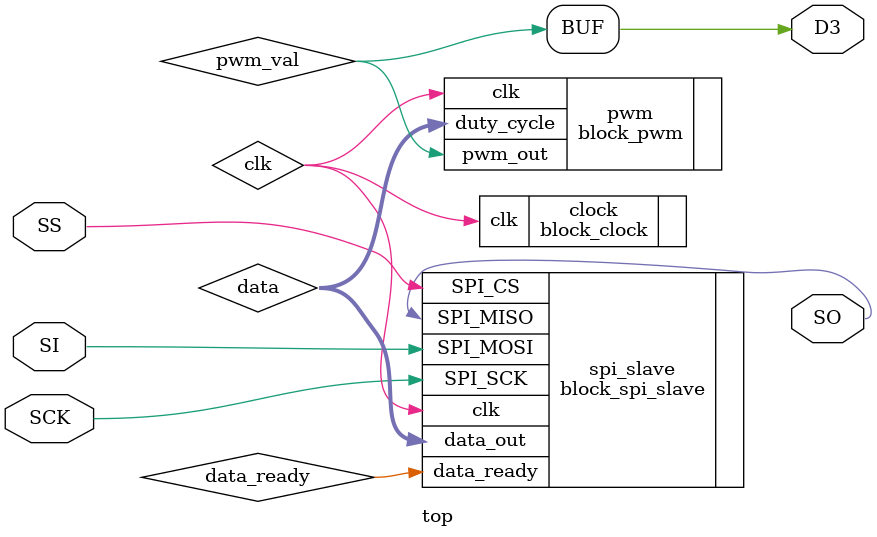
<source format=v>
`timescale 1ns / 1ps
`include "block_clock.v"
`include "block_spi_slave.v"
`include "block_pwm.v"

module top(input SI,
           output SO,
           input SCK,
           input SS,
           output D3);

wire clk;
wire SI;
wire SO;
wire SCK;
wire SS;
wire D3;
wire [7:0] data;
wire data_ready;
wire pwm_val;

block_clock clock(.clk(clk));
block_spi_slave spi_slave(.clk(clk), .SPI_SCK(SCK), .SPI_CS(SS), .SPI_MOSI(SI),
                          .SPI_MISO(SO), .data_out(data), .data_ready(data_ready));
block_pwm pwm(.clk(clk), .duty_cycle(data), .pwm_out(pwm_val));

assign D3 = pwm_val;

endmodule

</source>
